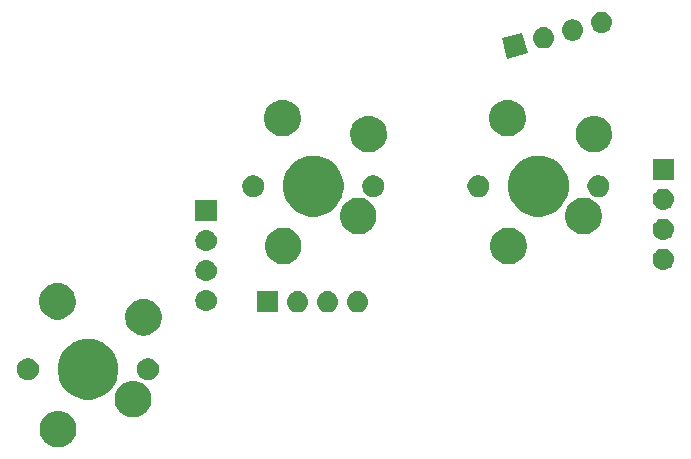
<source format=gbr>
G04 #@! TF.GenerationSoftware,KiCad,Pcbnew,(5.1.4)-1*
G04 #@! TF.CreationDate,2023-09-09T05:28:25-04:00*
G04 #@! TF.ProjectId,ThumbsUp,5468756d-6273-4557-902e-6b696361645f,rev?*
G04 #@! TF.SameCoordinates,Original*
G04 #@! TF.FileFunction,Soldermask,Top*
G04 #@! TF.FilePolarity,Negative*
%FSLAX46Y46*%
G04 Gerber Fmt 4.6, Leading zero omitted, Abs format (unit mm)*
G04 Created by KiCad (PCBNEW (5.1.4)-1) date 2023-09-09 05:28:25*
%MOMM*%
%LPD*%
G04 APERTURE LIST*
%ADD10C,0.100000*%
G04 APERTURE END LIST*
D10*
G36*
X-157477415Y-426318863D02*
G01*
X-157327590Y-426348665D01*
X-157045326Y-426465582D01*
X-156791295Y-426635320D01*
X-156575259Y-426851356D01*
X-156405521Y-427105387D01*
X-156288604Y-427387651D01*
X-156229000Y-427687301D01*
X-156229000Y-427992821D01*
X-156288604Y-428292471D01*
X-156405521Y-428574735D01*
X-156575259Y-428828766D01*
X-156791295Y-429044802D01*
X-157045326Y-429214540D01*
X-157327590Y-429331457D01*
X-157477415Y-429361259D01*
X-157627239Y-429391061D01*
X-157932761Y-429391061D01*
X-158082585Y-429361259D01*
X-158232410Y-429331457D01*
X-158514674Y-429214540D01*
X-158768705Y-429044802D01*
X-158984741Y-428828766D01*
X-159154479Y-428574735D01*
X-159271396Y-428292471D01*
X-159331000Y-427992821D01*
X-159331000Y-427687301D01*
X-159271396Y-427387651D01*
X-159154479Y-427105387D01*
X-158984741Y-426851356D01*
X-158768705Y-426635320D01*
X-158514674Y-426465582D01*
X-158232410Y-426348665D01*
X-158082585Y-426318863D01*
X-157932761Y-426289061D01*
X-157627239Y-426289061D01*
X-157477415Y-426318863D01*
X-157477415Y-426318863D01*
G37*
G36*
X-151127415Y-423778863D02*
G01*
X-150977590Y-423808665D01*
X-150695326Y-423925582D01*
X-150441295Y-424095320D01*
X-150225259Y-424311356D01*
X-150055521Y-424565387D01*
X-149938604Y-424847651D01*
X-149879000Y-425147301D01*
X-149879000Y-425452821D01*
X-149938604Y-425752471D01*
X-150055521Y-426034735D01*
X-150225259Y-426288766D01*
X-150441295Y-426504802D01*
X-150695326Y-426674540D01*
X-150977590Y-426791457D01*
X-151127415Y-426821259D01*
X-151277239Y-426851061D01*
X-151582761Y-426851061D01*
X-151732585Y-426821259D01*
X-151882410Y-426791457D01*
X-152164674Y-426674540D01*
X-152418705Y-426504802D01*
X-152634741Y-426288766D01*
X-152804479Y-426034735D01*
X-152921396Y-425752471D01*
X-152981000Y-425452821D01*
X-152981000Y-425147301D01*
X-152921396Y-424847651D01*
X-152804479Y-424565387D01*
X-152634741Y-424311356D01*
X-152418705Y-424095320D01*
X-152164674Y-423925582D01*
X-151882410Y-423808665D01*
X-151732585Y-423778863D01*
X-151582761Y-423749061D01*
X-151277239Y-423749061D01*
X-151127415Y-423778863D01*
X-151127415Y-423778863D01*
G37*
G36*
X-154737448Y-420233558D02*
G01*
X-154488609Y-420283055D01*
X-154294425Y-420363489D01*
X-154019808Y-420477239D01*
X-153597896Y-420759151D01*
X-153239090Y-421117957D01*
X-152957178Y-421539869D01*
X-152843428Y-421814486D01*
X-152762994Y-422008670D01*
X-152664000Y-422506347D01*
X-152664000Y-423013775D01*
X-152762994Y-423511452D01*
X-152820580Y-423650476D01*
X-152957178Y-423980253D01*
X-153239090Y-424402165D01*
X-153597896Y-424760971D01*
X-154019808Y-425042883D01*
X-154271893Y-425147300D01*
X-154488609Y-425237067D01*
X-154737448Y-425286564D01*
X-154986285Y-425336061D01*
X-155493715Y-425336061D01*
X-155991391Y-425237067D01*
X-156208107Y-425147300D01*
X-156460192Y-425042883D01*
X-156882104Y-424760971D01*
X-157240910Y-424402165D01*
X-157522822Y-423980253D01*
X-157659420Y-423650476D01*
X-157717006Y-423511452D01*
X-157816000Y-423013775D01*
X-157816000Y-422506347D01*
X-157717006Y-422008670D01*
X-157636572Y-421814486D01*
X-157522822Y-421539869D01*
X-157240910Y-421117957D01*
X-156882104Y-420759151D01*
X-156460192Y-420477239D01*
X-156185575Y-420363489D01*
X-155991391Y-420283055D01*
X-155493715Y-420184061D01*
X-154986285Y-420184061D01*
X-154737448Y-420233558D01*
X-154737448Y-420233558D01*
G37*
G36*
X-149889896Y-421869646D02*
G01*
X-149721374Y-421939450D01*
X-149569709Y-422040789D01*
X-149440728Y-422169770D01*
X-149339389Y-422321435D01*
X-149269585Y-422489957D01*
X-149234000Y-422668858D01*
X-149234000Y-422851264D01*
X-149269585Y-423030165D01*
X-149339389Y-423198687D01*
X-149440728Y-423350352D01*
X-149569709Y-423479333D01*
X-149721374Y-423580672D01*
X-149889896Y-423650476D01*
X-150068797Y-423686061D01*
X-150251203Y-423686061D01*
X-150430104Y-423650476D01*
X-150598626Y-423580672D01*
X-150750291Y-423479333D01*
X-150879272Y-423350352D01*
X-150980611Y-423198687D01*
X-151050415Y-423030165D01*
X-151086000Y-422851264D01*
X-151086000Y-422668858D01*
X-151050415Y-422489957D01*
X-150980611Y-422321435D01*
X-150879272Y-422169770D01*
X-150750291Y-422040789D01*
X-150598626Y-421939450D01*
X-150430104Y-421869646D01*
X-150251203Y-421834061D01*
X-150068797Y-421834061D01*
X-149889896Y-421869646D01*
X-149889896Y-421869646D01*
G37*
G36*
X-160049896Y-421869646D02*
G01*
X-159881374Y-421939450D01*
X-159729709Y-422040789D01*
X-159600728Y-422169770D01*
X-159499389Y-422321435D01*
X-159429585Y-422489957D01*
X-159394000Y-422668858D01*
X-159394000Y-422851264D01*
X-159429585Y-423030165D01*
X-159499389Y-423198687D01*
X-159600728Y-423350352D01*
X-159729709Y-423479333D01*
X-159881374Y-423580672D01*
X-160049896Y-423650476D01*
X-160228797Y-423686061D01*
X-160411203Y-423686061D01*
X-160590104Y-423650476D01*
X-160758626Y-423580672D01*
X-160910291Y-423479333D01*
X-161039272Y-423350352D01*
X-161140611Y-423198687D01*
X-161210415Y-423030165D01*
X-161246000Y-422851264D01*
X-161246000Y-422668858D01*
X-161210415Y-422489957D01*
X-161140611Y-422321435D01*
X-161039272Y-422169770D01*
X-160910291Y-422040789D01*
X-160758626Y-421939450D01*
X-160590104Y-421869646D01*
X-160411203Y-421834061D01*
X-160228797Y-421834061D01*
X-160049896Y-421869646D01*
X-160049896Y-421869646D01*
G37*
G36*
X-150237415Y-416838863D02*
G01*
X-150087590Y-416868665D01*
X-149805326Y-416985582D01*
X-149551295Y-417155320D01*
X-149335259Y-417371356D01*
X-149165521Y-417625387D01*
X-149048604Y-417907651D01*
X-149048604Y-417907652D01*
X-148989000Y-418207300D01*
X-148989000Y-418512822D01*
X-149018802Y-418662646D01*
X-149048604Y-418812471D01*
X-149165521Y-419094735D01*
X-149335259Y-419348766D01*
X-149551295Y-419564802D01*
X-149805326Y-419734540D01*
X-150087590Y-419851457D01*
X-150237415Y-419881259D01*
X-150387239Y-419911061D01*
X-150692761Y-419911061D01*
X-150842585Y-419881259D01*
X-150992410Y-419851457D01*
X-151274674Y-419734540D01*
X-151528705Y-419564802D01*
X-151744741Y-419348766D01*
X-151914479Y-419094735D01*
X-152031396Y-418812471D01*
X-152061198Y-418662646D01*
X-152091000Y-418512822D01*
X-152091000Y-418207300D01*
X-152031396Y-417907652D01*
X-152031396Y-417907651D01*
X-151914479Y-417625387D01*
X-151744741Y-417371356D01*
X-151528705Y-417155320D01*
X-151274674Y-416985582D01*
X-150992410Y-416868665D01*
X-150842585Y-416838863D01*
X-150692761Y-416809061D01*
X-150387239Y-416809061D01*
X-150237415Y-416838863D01*
X-150237415Y-416838863D01*
G37*
G36*
X-157537415Y-415488863D02*
G01*
X-157387590Y-415518665D01*
X-157105326Y-415635582D01*
X-156851295Y-415805320D01*
X-156635259Y-416021356D01*
X-156465521Y-416275387D01*
X-156395306Y-416444903D01*
X-156348604Y-416557652D01*
X-156298595Y-416809061D01*
X-156289000Y-416857301D01*
X-156289000Y-417162821D01*
X-156348604Y-417462471D01*
X-156465521Y-417744735D01*
X-156635259Y-417998766D01*
X-156851295Y-418214802D01*
X-157105326Y-418384540D01*
X-157387590Y-418501457D01*
X-157444721Y-418512821D01*
X-157687239Y-418561061D01*
X-157992761Y-418561061D01*
X-158235279Y-418512821D01*
X-158292410Y-418501457D01*
X-158574674Y-418384540D01*
X-158828705Y-418214802D01*
X-159044741Y-417998766D01*
X-159214479Y-417744735D01*
X-159331396Y-417462471D01*
X-159391000Y-417162821D01*
X-159391000Y-416857301D01*
X-159381404Y-416809061D01*
X-159331396Y-416557652D01*
X-159284694Y-416444903D01*
X-159214479Y-416275387D01*
X-159044741Y-416021356D01*
X-158828705Y-415805320D01*
X-158574674Y-415635582D01*
X-158292410Y-415518665D01*
X-158142585Y-415488863D01*
X-157992761Y-415459061D01*
X-157687239Y-415459061D01*
X-157537415Y-415488863D01*
X-157537415Y-415488863D01*
G37*
G36*
X-132308888Y-416150092D02*
G01*
X-132242703Y-416156611D01*
X-132072864Y-416208131D01*
X-131916339Y-416291796D01*
X-131896953Y-416307706D01*
X-131779144Y-416404388D01*
X-131695882Y-416505845D01*
X-131666552Y-416541583D01*
X-131582887Y-416698108D01*
X-131531367Y-416867947D01*
X-131513971Y-417044574D01*
X-131531367Y-417221201D01*
X-131582887Y-417391040D01*
X-131666552Y-417547565D01*
X-131695882Y-417583303D01*
X-131779144Y-417684760D01*
X-131852225Y-417744735D01*
X-131916339Y-417797352D01*
X-132072864Y-417881017D01*
X-132242703Y-417932537D01*
X-132308888Y-417939056D01*
X-132375070Y-417945574D01*
X-132463590Y-417945574D01*
X-132529772Y-417939056D01*
X-132595957Y-417932537D01*
X-132765796Y-417881017D01*
X-132922321Y-417797352D01*
X-132986435Y-417744735D01*
X-133059516Y-417684760D01*
X-133142778Y-417583303D01*
X-133172108Y-417547565D01*
X-133255773Y-417391040D01*
X-133307293Y-417221201D01*
X-133324689Y-417044574D01*
X-133307293Y-416867947D01*
X-133255773Y-416698108D01*
X-133172108Y-416541583D01*
X-133142778Y-416505845D01*
X-133059516Y-416404388D01*
X-132941707Y-416307706D01*
X-132922321Y-416291796D01*
X-132765796Y-416208131D01*
X-132595957Y-416156611D01*
X-132529772Y-416150092D01*
X-132463590Y-416143574D01*
X-132375070Y-416143574D01*
X-132308888Y-416150092D01*
X-132308888Y-416150092D01*
G37*
G36*
X-134848888Y-416150092D02*
G01*
X-134782703Y-416156611D01*
X-134612864Y-416208131D01*
X-134456339Y-416291796D01*
X-134436953Y-416307706D01*
X-134319144Y-416404388D01*
X-134235882Y-416505845D01*
X-134206552Y-416541583D01*
X-134122887Y-416698108D01*
X-134071367Y-416867947D01*
X-134053971Y-417044574D01*
X-134071367Y-417221201D01*
X-134122887Y-417391040D01*
X-134206552Y-417547565D01*
X-134235882Y-417583303D01*
X-134319144Y-417684760D01*
X-134392225Y-417744735D01*
X-134456339Y-417797352D01*
X-134612864Y-417881017D01*
X-134782703Y-417932537D01*
X-134848888Y-417939056D01*
X-134915070Y-417945574D01*
X-135003590Y-417945574D01*
X-135069772Y-417939056D01*
X-135135957Y-417932537D01*
X-135305796Y-417881017D01*
X-135462321Y-417797352D01*
X-135526435Y-417744735D01*
X-135599516Y-417684760D01*
X-135682778Y-417583303D01*
X-135712108Y-417547565D01*
X-135795773Y-417391040D01*
X-135847293Y-417221201D01*
X-135864689Y-417044574D01*
X-135847293Y-416867947D01*
X-135795773Y-416698108D01*
X-135712108Y-416541583D01*
X-135682778Y-416505845D01*
X-135599516Y-416404388D01*
X-135481707Y-416307706D01*
X-135462321Y-416291796D01*
X-135305796Y-416208131D01*
X-135135957Y-416156611D01*
X-135069772Y-416150092D01*
X-135003590Y-416143574D01*
X-134915070Y-416143574D01*
X-134848888Y-416150092D01*
X-134848888Y-416150092D01*
G37*
G36*
X-137388888Y-416150092D02*
G01*
X-137322703Y-416156611D01*
X-137152864Y-416208131D01*
X-136996339Y-416291796D01*
X-136976953Y-416307706D01*
X-136859144Y-416404388D01*
X-136775882Y-416505845D01*
X-136746552Y-416541583D01*
X-136662887Y-416698108D01*
X-136611367Y-416867947D01*
X-136593971Y-417044574D01*
X-136611367Y-417221201D01*
X-136662887Y-417391040D01*
X-136746552Y-417547565D01*
X-136775882Y-417583303D01*
X-136859144Y-417684760D01*
X-136932225Y-417744735D01*
X-136996339Y-417797352D01*
X-137152864Y-417881017D01*
X-137322703Y-417932537D01*
X-137388888Y-417939056D01*
X-137455070Y-417945574D01*
X-137543590Y-417945574D01*
X-137609772Y-417939056D01*
X-137675957Y-417932537D01*
X-137845796Y-417881017D01*
X-138002321Y-417797352D01*
X-138066435Y-417744735D01*
X-138139516Y-417684760D01*
X-138222778Y-417583303D01*
X-138252108Y-417547565D01*
X-138335773Y-417391040D01*
X-138387293Y-417221201D01*
X-138404689Y-417044574D01*
X-138387293Y-416867947D01*
X-138335773Y-416698108D01*
X-138252108Y-416541583D01*
X-138222778Y-416505845D01*
X-138139516Y-416404388D01*
X-138021707Y-416307706D01*
X-138002321Y-416291796D01*
X-137845796Y-416208131D01*
X-137675957Y-416156611D01*
X-137609772Y-416150092D01*
X-137543590Y-416143574D01*
X-137455070Y-416143574D01*
X-137388888Y-416150092D01*
X-137388888Y-416150092D01*
G37*
G36*
X-139138330Y-417945574D02*
G01*
X-140940330Y-417945574D01*
X-140940330Y-416143574D01*
X-139138330Y-416143574D01*
X-139138330Y-417945574D01*
X-139138330Y-417945574D01*
G37*
G36*
X-145136178Y-416053410D02*
G01*
X-145069993Y-416059929D01*
X-144900154Y-416111449D01*
X-144743629Y-416195114D01*
X-144727768Y-416208131D01*
X-144606434Y-416307706D01*
X-144523172Y-416409163D01*
X-144493842Y-416444901D01*
X-144410177Y-416601426D01*
X-144358657Y-416771265D01*
X-144341261Y-416947892D01*
X-144358657Y-417124519D01*
X-144410177Y-417294358D01*
X-144493842Y-417450883D01*
X-144523172Y-417486621D01*
X-144606434Y-417588078D01*
X-144707891Y-417671340D01*
X-144743629Y-417700670D01*
X-144900154Y-417784335D01*
X-145069993Y-417835855D01*
X-145136178Y-417842374D01*
X-145202360Y-417848892D01*
X-145290880Y-417848892D01*
X-145357062Y-417842374D01*
X-145423247Y-417835855D01*
X-145593086Y-417784335D01*
X-145749611Y-417700670D01*
X-145785349Y-417671340D01*
X-145886806Y-417588078D01*
X-145970068Y-417486621D01*
X-145999398Y-417450883D01*
X-146083063Y-417294358D01*
X-146134583Y-417124519D01*
X-146151979Y-416947892D01*
X-146134583Y-416771265D01*
X-146083063Y-416601426D01*
X-145999398Y-416444901D01*
X-145970068Y-416409163D01*
X-145886806Y-416307706D01*
X-145765472Y-416208131D01*
X-145749611Y-416195114D01*
X-145593086Y-416111449D01*
X-145423247Y-416059929D01*
X-145357063Y-416053411D01*
X-145290880Y-416046892D01*
X-145202360Y-416046892D01*
X-145136178Y-416053410D01*
X-145136178Y-416053410D01*
G37*
G36*
X-145136178Y-413513410D02*
G01*
X-145069993Y-413519929D01*
X-144900154Y-413571449D01*
X-144743629Y-413655114D01*
X-144707891Y-413684444D01*
X-144606434Y-413767706D01*
X-144554116Y-413831457D01*
X-144493842Y-413904901D01*
X-144410177Y-414061426D01*
X-144358657Y-414231265D01*
X-144341261Y-414407892D01*
X-144358657Y-414584519D01*
X-144410177Y-414754358D01*
X-144493842Y-414910883D01*
X-144523172Y-414946621D01*
X-144606434Y-415048078D01*
X-144707891Y-415131340D01*
X-144743629Y-415160670D01*
X-144900154Y-415244335D01*
X-145069993Y-415295855D01*
X-145136177Y-415302373D01*
X-145202360Y-415308892D01*
X-145290880Y-415308892D01*
X-145357062Y-415302374D01*
X-145423247Y-415295855D01*
X-145593086Y-415244335D01*
X-145749611Y-415160670D01*
X-145785349Y-415131340D01*
X-145886806Y-415048078D01*
X-145970068Y-414946621D01*
X-145999398Y-414910883D01*
X-146083063Y-414754358D01*
X-146134583Y-414584519D01*
X-146151979Y-414407892D01*
X-146134583Y-414231265D01*
X-146083063Y-414061426D01*
X-145999398Y-413904901D01*
X-145939124Y-413831457D01*
X-145886806Y-413767706D01*
X-145785349Y-413684444D01*
X-145749611Y-413655114D01*
X-145593086Y-413571449D01*
X-145423247Y-413519929D01*
X-145357062Y-413513410D01*
X-145290880Y-413506892D01*
X-145202360Y-413506892D01*
X-145136178Y-413513410D01*
X-145136178Y-413513410D01*
G37*
G36*
X-106417698Y-412554232D02*
G01*
X-106351514Y-412560750D01*
X-106181675Y-412612270D01*
X-106025150Y-412695935D01*
X-106014916Y-412704334D01*
X-105887955Y-412808527D01*
X-105804693Y-412909984D01*
X-105775363Y-412945722D01*
X-105691698Y-413102247D01*
X-105640178Y-413272086D01*
X-105622782Y-413448713D01*
X-105640178Y-413625340D01*
X-105691698Y-413795179D01*
X-105775363Y-413951704D01*
X-105804693Y-413987442D01*
X-105887955Y-414088899D01*
X-105989412Y-414172161D01*
X-106025150Y-414201491D01*
X-106181675Y-414285156D01*
X-106351514Y-414336676D01*
X-106417699Y-414343195D01*
X-106483881Y-414349713D01*
X-106572401Y-414349713D01*
X-106638583Y-414343195D01*
X-106704768Y-414336676D01*
X-106874607Y-414285156D01*
X-107031132Y-414201491D01*
X-107066870Y-414172161D01*
X-107168327Y-414088899D01*
X-107251589Y-413987442D01*
X-107280919Y-413951704D01*
X-107364584Y-413795179D01*
X-107416104Y-413625340D01*
X-107433500Y-413448713D01*
X-107416104Y-413272086D01*
X-107364584Y-413102247D01*
X-107280919Y-412945722D01*
X-107251589Y-412909984D01*
X-107168327Y-412808527D01*
X-107041366Y-412704334D01*
X-107031132Y-412695935D01*
X-106874607Y-412612270D01*
X-106704768Y-412560750D01*
X-106638584Y-412554232D01*
X-106572401Y-412547713D01*
X-106483881Y-412547713D01*
X-106417698Y-412554232D01*
X-106417698Y-412554232D01*
G37*
G36*
X-138411369Y-410818863D02*
G01*
X-138261544Y-410848665D01*
X-137979280Y-410965582D01*
X-137725249Y-411135320D01*
X-137509213Y-411351356D01*
X-137339475Y-411605387D01*
X-137222558Y-411887651D01*
X-137222558Y-411887652D01*
X-137162954Y-412187300D01*
X-137162954Y-412492822D01*
X-137165989Y-412508078D01*
X-137222558Y-412792471D01*
X-137339475Y-413074735D01*
X-137509213Y-413328766D01*
X-137725249Y-413544802D01*
X-137979280Y-413714540D01*
X-138261544Y-413831457D01*
X-138411369Y-413861259D01*
X-138561193Y-413891061D01*
X-138866715Y-413891061D01*
X-139016539Y-413861259D01*
X-139166364Y-413831457D01*
X-139448628Y-413714540D01*
X-139702659Y-413544802D01*
X-139918695Y-413328766D01*
X-140088433Y-413074735D01*
X-140205350Y-412792471D01*
X-140261919Y-412508078D01*
X-140264954Y-412492822D01*
X-140264954Y-412187300D01*
X-140205350Y-411887652D01*
X-140205350Y-411887651D01*
X-140088433Y-411605387D01*
X-139918695Y-411351356D01*
X-139702659Y-411135320D01*
X-139448628Y-410965582D01*
X-139166364Y-410848665D01*
X-139016539Y-410818863D01*
X-138866715Y-410789061D01*
X-138561193Y-410789061D01*
X-138411369Y-410818863D01*
X-138411369Y-410818863D01*
G37*
G36*
X-119347415Y-410818863D02*
G01*
X-119197590Y-410848665D01*
X-118915326Y-410965582D01*
X-118661295Y-411135320D01*
X-118445259Y-411351356D01*
X-118275521Y-411605387D01*
X-118158604Y-411887651D01*
X-118158604Y-411887652D01*
X-118099000Y-412187300D01*
X-118099000Y-412492822D01*
X-118102035Y-412508078D01*
X-118158604Y-412792471D01*
X-118275521Y-413074735D01*
X-118445259Y-413328766D01*
X-118661295Y-413544802D01*
X-118915326Y-413714540D01*
X-119197590Y-413831457D01*
X-119347415Y-413861259D01*
X-119497239Y-413891061D01*
X-119802761Y-413891061D01*
X-119952585Y-413861259D01*
X-120102410Y-413831457D01*
X-120384674Y-413714540D01*
X-120638705Y-413544802D01*
X-120854741Y-413328766D01*
X-121024479Y-413074735D01*
X-121141396Y-412792471D01*
X-121197965Y-412508078D01*
X-121201000Y-412492822D01*
X-121201000Y-412187300D01*
X-121141396Y-411887652D01*
X-121141396Y-411887651D01*
X-121024479Y-411605387D01*
X-120854741Y-411351356D01*
X-120638705Y-411135320D01*
X-120384674Y-410965582D01*
X-120102410Y-410848665D01*
X-119952585Y-410818863D01*
X-119802761Y-410789061D01*
X-119497239Y-410789061D01*
X-119347415Y-410818863D01*
X-119347415Y-410818863D01*
G37*
G36*
X-145136177Y-410973411D02*
G01*
X-145069993Y-410979929D01*
X-144900154Y-411031449D01*
X-144743629Y-411115114D01*
X-144719008Y-411135320D01*
X-144606434Y-411227706D01*
X-144554116Y-411291457D01*
X-144493842Y-411364901D01*
X-144410177Y-411521426D01*
X-144358657Y-411691265D01*
X-144341261Y-411867892D01*
X-144358657Y-412044519D01*
X-144410177Y-412214358D01*
X-144493842Y-412370883D01*
X-144523172Y-412406621D01*
X-144606434Y-412508078D01*
X-144707891Y-412591340D01*
X-144743629Y-412620670D01*
X-144900154Y-412704335D01*
X-145069993Y-412755855D01*
X-145136177Y-412762373D01*
X-145202360Y-412768892D01*
X-145290880Y-412768892D01*
X-145357063Y-412762373D01*
X-145423247Y-412755855D01*
X-145593086Y-412704335D01*
X-145749611Y-412620670D01*
X-145785349Y-412591340D01*
X-145886806Y-412508078D01*
X-145970068Y-412406621D01*
X-145999398Y-412370883D01*
X-146083063Y-412214358D01*
X-146134583Y-412044519D01*
X-146151979Y-411867892D01*
X-146134583Y-411691265D01*
X-146083063Y-411521426D01*
X-145999398Y-411364901D01*
X-145939124Y-411291457D01*
X-145886806Y-411227706D01*
X-145774232Y-411135320D01*
X-145749611Y-411115114D01*
X-145593086Y-411031449D01*
X-145423247Y-410979929D01*
X-145357062Y-410973410D01*
X-145290880Y-410966892D01*
X-145202360Y-410966892D01*
X-145136177Y-410973411D01*
X-145136177Y-410973411D01*
G37*
G36*
X-106417698Y-410014232D02*
G01*
X-106351514Y-410020750D01*
X-106181675Y-410072270D01*
X-106025150Y-410155935D01*
X-105989412Y-410185265D01*
X-105887955Y-410268527D01*
X-105804693Y-410369984D01*
X-105775363Y-410405722D01*
X-105691698Y-410562247D01*
X-105640178Y-410732086D01*
X-105622782Y-410908713D01*
X-105640178Y-411085340D01*
X-105691698Y-411255179D01*
X-105775363Y-411411704D01*
X-105804693Y-411447442D01*
X-105887955Y-411548899D01*
X-105989412Y-411632161D01*
X-106025150Y-411661491D01*
X-106181675Y-411745156D01*
X-106351514Y-411796676D01*
X-106417699Y-411803195D01*
X-106483881Y-411809713D01*
X-106572401Y-411809713D01*
X-106638583Y-411803195D01*
X-106704768Y-411796676D01*
X-106874607Y-411745156D01*
X-107031132Y-411661491D01*
X-107066870Y-411632161D01*
X-107168327Y-411548899D01*
X-107251589Y-411447442D01*
X-107280919Y-411411704D01*
X-107364584Y-411255179D01*
X-107416104Y-411085340D01*
X-107433500Y-410908713D01*
X-107416104Y-410732086D01*
X-107364584Y-410562247D01*
X-107280919Y-410405722D01*
X-107251589Y-410369984D01*
X-107168327Y-410268527D01*
X-107066870Y-410185265D01*
X-107031132Y-410155935D01*
X-106874607Y-410072270D01*
X-106704768Y-410020750D01*
X-106638584Y-410014232D01*
X-106572401Y-410007713D01*
X-106483881Y-410007713D01*
X-106417698Y-410014232D01*
X-106417698Y-410014232D01*
G37*
G36*
X-112997415Y-408278863D02*
G01*
X-112847590Y-408308665D01*
X-112565326Y-408425582D01*
X-112311295Y-408595320D01*
X-112095259Y-408811356D01*
X-111925521Y-409065387D01*
X-111808604Y-409347651D01*
X-111749000Y-409647301D01*
X-111749000Y-409952821D01*
X-111808604Y-410252471D01*
X-111925521Y-410534735D01*
X-112095259Y-410788766D01*
X-112311295Y-411004802D01*
X-112565326Y-411174540D01*
X-112847590Y-411291457D01*
X-112997415Y-411321259D01*
X-113147239Y-411351061D01*
X-113452761Y-411351061D01*
X-113602585Y-411321259D01*
X-113752410Y-411291457D01*
X-114034674Y-411174540D01*
X-114288705Y-411004802D01*
X-114504741Y-410788766D01*
X-114674479Y-410534735D01*
X-114791396Y-410252471D01*
X-114851000Y-409952821D01*
X-114851000Y-409647301D01*
X-114791396Y-409347651D01*
X-114674479Y-409065387D01*
X-114504741Y-408811356D01*
X-114288705Y-408595320D01*
X-114034674Y-408425582D01*
X-113752410Y-408308665D01*
X-113602585Y-408278863D01*
X-113452761Y-408249061D01*
X-113147239Y-408249061D01*
X-112997415Y-408278863D01*
X-112997415Y-408278863D01*
G37*
G36*
X-132061369Y-408278863D02*
G01*
X-131911544Y-408308665D01*
X-131629280Y-408425582D01*
X-131375249Y-408595320D01*
X-131159213Y-408811356D01*
X-130989475Y-409065387D01*
X-130872558Y-409347651D01*
X-130812954Y-409647301D01*
X-130812954Y-409952821D01*
X-130872558Y-410252471D01*
X-130989475Y-410534735D01*
X-131159213Y-410788766D01*
X-131375249Y-411004802D01*
X-131629280Y-411174540D01*
X-131911544Y-411291457D01*
X-132061369Y-411321259D01*
X-132211193Y-411351061D01*
X-132516715Y-411351061D01*
X-132666539Y-411321259D01*
X-132816364Y-411291457D01*
X-133098628Y-411174540D01*
X-133352659Y-411004802D01*
X-133568695Y-410788766D01*
X-133738433Y-410534735D01*
X-133855350Y-410252471D01*
X-133914954Y-409952821D01*
X-133914954Y-409647301D01*
X-133855350Y-409347651D01*
X-133738433Y-409065387D01*
X-133568695Y-408811356D01*
X-133352659Y-408595320D01*
X-133098628Y-408425582D01*
X-132816364Y-408308665D01*
X-132666539Y-408278863D01*
X-132516715Y-408249061D01*
X-132211193Y-408249061D01*
X-132061369Y-408278863D01*
X-132061369Y-408278863D01*
G37*
G36*
X-144345620Y-410228892D02*
G01*
X-146147620Y-410228892D01*
X-146147620Y-408426892D01*
X-144345620Y-408426892D01*
X-144345620Y-410228892D01*
X-144345620Y-410228892D01*
G37*
G36*
X-116607448Y-404733558D02*
G01*
X-116358609Y-404783055D01*
X-116164425Y-404863489D01*
X-115889808Y-404977239D01*
X-115467896Y-405259151D01*
X-115109090Y-405617957D01*
X-114827178Y-406039869D01*
X-114713428Y-406314486D01*
X-114632994Y-406508670D01*
X-114534000Y-407006347D01*
X-114534000Y-407513775D01*
X-114632994Y-408011452D01*
X-114690580Y-408150476D01*
X-114827178Y-408480253D01*
X-115109090Y-408902165D01*
X-115467896Y-409260971D01*
X-115889808Y-409542883D01*
X-116141893Y-409647300D01*
X-116358609Y-409737067D01*
X-116607448Y-409786564D01*
X-116856285Y-409836061D01*
X-117363715Y-409836061D01*
X-117612552Y-409786564D01*
X-117861391Y-409737067D01*
X-118078107Y-409647300D01*
X-118330192Y-409542883D01*
X-118752104Y-409260971D01*
X-119110910Y-408902165D01*
X-119392822Y-408480253D01*
X-119529420Y-408150476D01*
X-119587006Y-408011452D01*
X-119686000Y-407513775D01*
X-119686000Y-407006347D01*
X-119587006Y-406508670D01*
X-119506572Y-406314486D01*
X-119392822Y-406039869D01*
X-119110910Y-405617957D01*
X-118752104Y-405259151D01*
X-118330192Y-404977239D01*
X-118055575Y-404863489D01*
X-117861391Y-404783055D01*
X-117612552Y-404733558D01*
X-117363715Y-404684061D01*
X-116856285Y-404684061D01*
X-116607448Y-404733558D01*
X-116607448Y-404733558D01*
G37*
G36*
X-135671402Y-404733558D02*
G01*
X-135422563Y-404783055D01*
X-135228379Y-404863489D01*
X-134953762Y-404977239D01*
X-134531850Y-405259151D01*
X-134173044Y-405617957D01*
X-133891132Y-406039869D01*
X-133777382Y-406314486D01*
X-133696948Y-406508670D01*
X-133597954Y-407006347D01*
X-133597954Y-407513775D01*
X-133696948Y-408011452D01*
X-133754534Y-408150476D01*
X-133891132Y-408480253D01*
X-134173044Y-408902165D01*
X-134531850Y-409260971D01*
X-134953762Y-409542883D01*
X-135205847Y-409647300D01*
X-135422563Y-409737067D01*
X-135671402Y-409786564D01*
X-135920239Y-409836061D01*
X-136427669Y-409836061D01*
X-136676506Y-409786564D01*
X-136925345Y-409737067D01*
X-137142061Y-409647300D01*
X-137394146Y-409542883D01*
X-137816058Y-409260971D01*
X-138174864Y-408902165D01*
X-138456776Y-408480253D01*
X-138593374Y-408150476D01*
X-138650960Y-408011452D01*
X-138749954Y-407513775D01*
X-138749954Y-407006347D01*
X-138650960Y-406508670D01*
X-138570526Y-406314486D01*
X-138456776Y-406039869D01*
X-138174864Y-405617957D01*
X-137816058Y-405259151D01*
X-137394146Y-404977239D01*
X-137119529Y-404863489D01*
X-136925345Y-404783055D01*
X-136676506Y-404733558D01*
X-136427669Y-404684061D01*
X-135920239Y-404684061D01*
X-135671402Y-404733558D01*
X-135671402Y-404733558D01*
G37*
G36*
X-106417699Y-407474231D02*
G01*
X-106351514Y-407480750D01*
X-106181675Y-407532270D01*
X-106025150Y-407615935D01*
X-105989412Y-407645265D01*
X-105887955Y-407728527D01*
X-105804693Y-407829984D01*
X-105775363Y-407865722D01*
X-105691698Y-408022247D01*
X-105640178Y-408192086D01*
X-105622782Y-408368713D01*
X-105640178Y-408545340D01*
X-105691698Y-408715179D01*
X-105775363Y-408871704D01*
X-105800362Y-408902165D01*
X-105887955Y-409008899D01*
X-105989412Y-409092161D01*
X-106025150Y-409121491D01*
X-106181675Y-409205156D01*
X-106351514Y-409256676D01*
X-106395123Y-409260971D01*
X-106483881Y-409269713D01*
X-106572401Y-409269713D01*
X-106661159Y-409260971D01*
X-106704768Y-409256676D01*
X-106874607Y-409205156D01*
X-107031132Y-409121491D01*
X-107066870Y-409092161D01*
X-107168327Y-409008899D01*
X-107255920Y-408902165D01*
X-107280919Y-408871704D01*
X-107364584Y-408715179D01*
X-107416104Y-408545340D01*
X-107433500Y-408368713D01*
X-107416104Y-408192086D01*
X-107364584Y-408022247D01*
X-107280919Y-407865722D01*
X-107251589Y-407829984D01*
X-107168327Y-407728527D01*
X-107066870Y-407645265D01*
X-107031132Y-407615935D01*
X-106874607Y-407532270D01*
X-106704768Y-407480750D01*
X-106638583Y-407474231D01*
X-106572401Y-407467713D01*
X-106483881Y-407467713D01*
X-106417699Y-407474231D01*
X-106417699Y-407474231D01*
G37*
G36*
X-130823850Y-406369646D02*
G01*
X-130655328Y-406439450D01*
X-130503663Y-406540789D01*
X-130374682Y-406669770D01*
X-130273343Y-406821435D01*
X-130203539Y-406989957D01*
X-130167954Y-407168858D01*
X-130167954Y-407351264D01*
X-130203539Y-407530165D01*
X-130273343Y-407698687D01*
X-130374682Y-407850352D01*
X-130503663Y-407979333D01*
X-130655328Y-408080672D01*
X-130823850Y-408150476D01*
X-131002751Y-408186061D01*
X-131185157Y-408186061D01*
X-131364058Y-408150476D01*
X-131532580Y-408080672D01*
X-131684245Y-407979333D01*
X-131813226Y-407850352D01*
X-131914565Y-407698687D01*
X-131984369Y-407530165D01*
X-132019954Y-407351264D01*
X-132019954Y-407168858D01*
X-131984369Y-406989957D01*
X-131914565Y-406821435D01*
X-131813226Y-406669770D01*
X-131684245Y-406540789D01*
X-131532580Y-406439450D01*
X-131364058Y-406369646D01*
X-131185157Y-406334061D01*
X-131002751Y-406334061D01*
X-130823850Y-406369646D01*
X-130823850Y-406369646D01*
G37*
G36*
X-140983850Y-406369646D02*
G01*
X-140815328Y-406439450D01*
X-140663663Y-406540789D01*
X-140534682Y-406669770D01*
X-140433343Y-406821435D01*
X-140363539Y-406989957D01*
X-140327954Y-407168858D01*
X-140327954Y-407351264D01*
X-140363539Y-407530165D01*
X-140433343Y-407698687D01*
X-140534682Y-407850352D01*
X-140663663Y-407979333D01*
X-140815328Y-408080672D01*
X-140983850Y-408150476D01*
X-141162751Y-408186061D01*
X-141345157Y-408186061D01*
X-141524058Y-408150476D01*
X-141692580Y-408080672D01*
X-141844245Y-407979333D01*
X-141973226Y-407850352D01*
X-142074565Y-407698687D01*
X-142144369Y-407530165D01*
X-142179954Y-407351264D01*
X-142179954Y-407168858D01*
X-142144369Y-406989957D01*
X-142074565Y-406821435D01*
X-141973226Y-406669770D01*
X-141844245Y-406540789D01*
X-141692580Y-406439450D01*
X-141524058Y-406369646D01*
X-141345157Y-406334061D01*
X-141162751Y-406334061D01*
X-140983850Y-406369646D01*
X-140983850Y-406369646D01*
G37*
G36*
X-121919896Y-406369646D02*
G01*
X-121751374Y-406439450D01*
X-121599709Y-406540789D01*
X-121470728Y-406669770D01*
X-121369389Y-406821435D01*
X-121299585Y-406989957D01*
X-121264000Y-407168858D01*
X-121264000Y-407351264D01*
X-121299585Y-407530165D01*
X-121369389Y-407698687D01*
X-121470728Y-407850352D01*
X-121599709Y-407979333D01*
X-121751374Y-408080672D01*
X-121919896Y-408150476D01*
X-122098797Y-408186061D01*
X-122281203Y-408186061D01*
X-122460104Y-408150476D01*
X-122628626Y-408080672D01*
X-122780291Y-407979333D01*
X-122909272Y-407850352D01*
X-123010611Y-407698687D01*
X-123080415Y-407530165D01*
X-123116000Y-407351264D01*
X-123116000Y-407168858D01*
X-123080415Y-406989957D01*
X-123010611Y-406821435D01*
X-122909272Y-406669770D01*
X-122780291Y-406540789D01*
X-122628626Y-406439450D01*
X-122460104Y-406369646D01*
X-122281203Y-406334061D01*
X-122098797Y-406334061D01*
X-121919896Y-406369646D01*
X-121919896Y-406369646D01*
G37*
G36*
X-111759896Y-406369646D02*
G01*
X-111591374Y-406439450D01*
X-111439709Y-406540789D01*
X-111310728Y-406669770D01*
X-111209389Y-406821435D01*
X-111139585Y-406989957D01*
X-111104000Y-407168858D01*
X-111104000Y-407351264D01*
X-111139585Y-407530165D01*
X-111209389Y-407698687D01*
X-111310728Y-407850352D01*
X-111439709Y-407979333D01*
X-111591374Y-408080672D01*
X-111759896Y-408150476D01*
X-111938797Y-408186061D01*
X-112121203Y-408186061D01*
X-112300104Y-408150476D01*
X-112468626Y-408080672D01*
X-112620291Y-407979333D01*
X-112749272Y-407850352D01*
X-112850611Y-407698687D01*
X-112920415Y-407530165D01*
X-112956000Y-407351264D01*
X-112956000Y-407168858D01*
X-112920415Y-406989957D01*
X-112850611Y-406821435D01*
X-112749272Y-406669770D01*
X-112620291Y-406540789D01*
X-112468626Y-406439450D01*
X-112300104Y-406369646D01*
X-112121203Y-406334061D01*
X-111938797Y-406334061D01*
X-111759896Y-406369646D01*
X-111759896Y-406369646D01*
G37*
G36*
X-105627141Y-406729713D02*
G01*
X-107429141Y-406729713D01*
X-107429141Y-404927713D01*
X-105627141Y-404927713D01*
X-105627141Y-406729713D01*
X-105627141Y-406729713D01*
G37*
G36*
X-112107415Y-401338863D02*
G01*
X-111957590Y-401368665D01*
X-111675326Y-401485582D01*
X-111421295Y-401655320D01*
X-111205259Y-401871356D01*
X-111035521Y-402125387D01*
X-110986087Y-402244733D01*
X-110918604Y-402407652D01*
X-110859000Y-402707300D01*
X-110859000Y-403012822D01*
X-110888802Y-403162646D01*
X-110918604Y-403312471D01*
X-111035521Y-403594735D01*
X-111205259Y-403848766D01*
X-111421295Y-404064802D01*
X-111675326Y-404234540D01*
X-111957590Y-404351457D01*
X-112107415Y-404381259D01*
X-112257239Y-404411061D01*
X-112562761Y-404411061D01*
X-112712585Y-404381259D01*
X-112862410Y-404351457D01*
X-113144674Y-404234540D01*
X-113398705Y-404064802D01*
X-113614741Y-403848766D01*
X-113784479Y-403594735D01*
X-113901396Y-403312471D01*
X-113931198Y-403162646D01*
X-113961000Y-403012822D01*
X-113961000Y-402707300D01*
X-113901396Y-402407652D01*
X-113833913Y-402244733D01*
X-113784479Y-402125387D01*
X-113614741Y-401871356D01*
X-113398705Y-401655320D01*
X-113144674Y-401485582D01*
X-112862410Y-401368665D01*
X-112712585Y-401338863D01*
X-112562761Y-401309061D01*
X-112257239Y-401309061D01*
X-112107415Y-401338863D01*
X-112107415Y-401338863D01*
G37*
G36*
X-131171369Y-401338863D02*
G01*
X-131021544Y-401368665D01*
X-130739280Y-401485582D01*
X-130485249Y-401655320D01*
X-130269213Y-401871356D01*
X-130099475Y-402125387D01*
X-130050041Y-402244733D01*
X-129982558Y-402407652D01*
X-129922954Y-402707300D01*
X-129922954Y-403012822D01*
X-129952756Y-403162646D01*
X-129982558Y-403312471D01*
X-130099475Y-403594735D01*
X-130269213Y-403848766D01*
X-130485249Y-404064802D01*
X-130739280Y-404234540D01*
X-131021544Y-404351457D01*
X-131171369Y-404381259D01*
X-131321193Y-404411061D01*
X-131626715Y-404411061D01*
X-131776539Y-404381259D01*
X-131926364Y-404351457D01*
X-132208628Y-404234540D01*
X-132462659Y-404064802D01*
X-132678695Y-403848766D01*
X-132848433Y-403594735D01*
X-132965350Y-403312471D01*
X-132995152Y-403162646D01*
X-133024954Y-403012822D01*
X-133024954Y-402707300D01*
X-132965350Y-402407652D01*
X-132897867Y-402244733D01*
X-132848433Y-402125387D01*
X-132678695Y-401871356D01*
X-132462659Y-401655320D01*
X-132208628Y-401485582D01*
X-131926364Y-401368665D01*
X-131776539Y-401338863D01*
X-131626715Y-401309061D01*
X-131321193Y-401309061D01*
X-131171369Y-401338863D01*
X-131171369Y-401338863D01*
G37*
G36*
X-138471369Y-399988863D02*
G01*
X-138321544Y-400018665D01*
X-138039280Y-400135582D01*
X-137785249Y-400305320D01*
X-137569213Y-400521356D01*
X-137399475Y-400775387D01*
X-137282558Y-401057651D01*
X-137282558Y-401057652D01*
X-137232549Y-401309061D01*
X-137222954Y-401357301D01*
X-137222954Y-401662821D01*
X-137282558Y-401962471D01*
X-137399475Y-402244735D01*
X-137569213Y-402498766D01*
X-137785249Y-402714802D01*
X-138039280Y-402884540D01*
X-138321544Y-403001457D01*
X-138378675Y-403012821D01*
X-138621193Y-403061061D01*
X-138926715Y-403061061D01*
X-139169233Y-403012821D01*
X-139226364Y-403001457D01*
X-139508628Y-402884540D01*
X-139762659Y-402714802D01*
X-139978695Y-402498766D01*
X-140148433Y-402244735D01*
X-140265350Y-401962471D01*
X-140324954Y-401662821D01*
X-140324954Y-401357301D01*
X-140315358Y-401309061D01*
X-140265350Y-401057652D01*
X-140265350Y-401057651D01*
X-140148433Y-400775387D01*
X-139978695Y-400521356D01*
X-139762659Y-400305320D01*
X-139508628Y-400135582D01*
X-139226364Y-400018665D01*
X-139076539Y-399988863D01*
X-138926715Y-399959061D01*
X-138621193Y-399959061D01*
X-138471369Y-399988863D01*
X-138471369Y-399988863D01*
G37*
G36*
X-119407415Y-399988863D02*
G01*
X-119257590Y-400018665D01*
X-118975326Y-400135582D01*
X-118721295Y-400305320D01*
X-118505259Y-400521356D01*
X-118335521Y-400775387D01*
X-118218604Y-401057651D01*
X-118218604Y-401057652D01*
X-118168595Y-401309061D01*
X-118159000Y-401357301D01*
X-118159000Y-401662821D01*
X-118218604Y-401962471D01*
X-118335521Y-402244735D01*
X-118505259Y-402498766D01*
X-118721295Y-402714802D01*
X-118975326Y-402884540D01*
X-119257590Y-403001457D01*
X-119314721Y-403012821D01*
X-119557239Y-403061061D01*
X-119862761Y-403061061D01*
X-120105279Y-403012821D01*
X-120162410Y-403001457D01*
X-120444674Y-402884540D01*
X-120698705Y-402714802D01*
X-120914741Y-402498766D01*
X-121084479Y-402244735D01*
X-121201396Y-401962471D01*
X-121261000Y-401662821D01*
X-121261000Y-401357301D01*
X-121251404Y-401309061D01*
X-121201396Y-401057652D01*
X-121201396Y-401057651D01*
X-121084479Y-400775387D01*
X-120914741Y-400521356D01*
X-120698705Y-400305320D01*
X-120444674Y-400135582D01*
X-120162410Y-400018665D01*
X-120012585Y-399988863D01*
X-119862761Y-399959061D01*
X-119557239Y-399959061D01*
X-119407415Y-399988863D01*
X-119407415Y-399988863D01*
G37*
G36*
X-118019724Y-395997694D02*
G01*
X-119760322Y-396464086D01*
X-120226714Y-394723488D01*
X-118486116Y-394257096D01*
X-118019724Y-395997694D01*
X-118019724Y-395997694D01*
G37*
G36*
X-116559324Y-393808710D02*
G01*
X-116493140Y-393815228D01*
X-116323301Y-393866748D01*
X-116166776Y-393950413D01*
X-116131038Y-393979743D01*
X-116029581Y-394063005D01*
X-115946319Y-394164462D01*
X-115916989Y-394200200D01*
X-115833324Y-394356725D01*
X-115781804Y-394526564D01*
X-115764408Y-394703191D01*
X-115781804Y-394879818D01*
X-115833324Y-395049657D01*
X-115916989Y-395206182D01*
X-115946319Y-395241920D01*
X-116029581Y-395343377D01*
X-116131038Y-395426639D01*
X-116166776Y-395455969D01*
X-116323301Y-395539634D01*
X-116493140Y-395591154D01*
X-116559325Y-395597673D01*
X-116625507Y-395604191D01*
X-116714027Y-395604191D01*
X-116780209Y-395597673D01*
X-116846394Y-395591154D01*
X-117016233Y-395539634D01*
X-117172758Y-395455969D01*
X-117208496Y-395426639D01*
X-117309953Y-395343377D01*
X-117393215Y-395241920D01*
X-117422545Y-395206182D01*
X-117506210Y-395049657D01*
X-117557730Y-394879818D01*
X-117575126Y-394703191D01*
X-117557730Y-394526564D01*
X-117506210Y-394356725D01*
X-117422545Y-394200200D01*
X-117393215Y-394164462D01*
X-117309953Y-394063005D01*
X-117208496Y-393979743D01*
X-117172758Y-393950413D01*
X-117016233Y-393866748D01*
X-116846394Y-393815228D01*
X-116780210Y-393808710D01*
X-116714027Y-393802191D01*
X-116625507Y-393802191D01*
X-116559324Y-393808710D01*
X-116559324Y-393808710D01*
G37*
G36*
X-114105873Y-393151309D02*
G01*
X-114039689Y-393157827D01*
X-113869850Y-393209347D01*
X-113713325Y-393293012D01*
X-113677587Y-393322342D01*
X-113576130Y-393405604D01*
X-113492868Y-393507061D01*
X-113463538Y-393542799D01*
X-113379873Y-393699324D01*
X-113328353Y-393869163D01*
X-113310957Y-394045790D01*
X-113328353Y-394222417D01*
X-113379873Y-394392256D01*
X-113463538Y-394548781D01*
X-113492868Y-394584519D01*
X-113576130Y-394685976D01*
X-113677587Y-394769238D01*
X-113713325Y-394798568D01*
X-113869850Y-394882233D01*
X-114039689Y-394933753D01*
X-114105873Y-394940271D01*
X-114172056Y-394946790D01*
X-114260576Y-394946790D01*
X-114326759Y-394940271D01*
X-114392943Y-394933753D01*
X-114562782Y-394882233D01*
X-114719307Y-394798568D01*
X-114755045Y-394769238D01*
X-114856502Y-394685976D01*
X-114939764Y-394584519D01*
X-114969094Y-394548781D01*
X-115052759Y-394392256D01*
X-115104279Y-394222417D01*
X-115121675Y-394045790D01*
X-115104279Y-393869163D01*
X-115052759Y-393699324D01*
X-114969094Y-393542799D01*
X-114939764Y-393507061D01*
X-114856502Y-393405604D01*
X-114755045Y-393322342D01*
X-114719307Y-393293012D01*
X-114562782Y-393209347D01*
X-114392943Y-393157827D01*
X-114326759Y-393151309D01*
X-114260576Y-393144790D01*
X-114172056Y-393144790D01*
X-114105873Y-393151309D01*
X-114105873Y-393151309D01*
G37*
G36*
X-111652421Y-392493909D02*
G01*
X-111586237Y-392500427D01*
X-111416398Y-392551947D01*
X-111259873Y-392635612D01*
X-111224135Y-392664942D01*
X-111122678Y-392748204D01*
X-111039416Y-392849661D01*
X-111010086Y-392885399D01*
X-110926421Y-393041924D01*
X-110874901Y-393211763D01*
X-110857505Y-393388390D01*
X-110874901Y-393565017D01*
X-110926421Y-393734856D01*
X-111010086Y-393891381D01*
X-111039416Y-393927119D01*
X-111122678Y-394028576D01*
X-111224135Y-394111838D01*
X-111259873Y-394141168D01*
X-111416398Y-394224833D01*
X-111586237Y-394276353D01*
X-111652422Y-394282872D01*
X-111718604Y-394289390D01*
X-111807124Y-394289390D01*
X-111873306Y-394282872D01*
X-111939491Y-394276353D01*
X-112109330Y-394224833D01*
X-112265855Y-394141168D01*
X-112301593Y-394111838D01*
X-112403050Y-394028576D01*
X-112486312Y-393927119D01*
X-112515642Y-393891381D01*
X-112599307Y-393734856D01*
X-112650827Y-393565017D01*
X-112668223Y-393388390D01*
X-112650827Y-393211763D01*
X-112599307Y-393041924D01*
X-112515642Y-392885399D01*
X-112486312Y-392849661D01*
X-112403050Y-392748204D01*
X-112301593Y-392664942D01*
X-112265855Y-392635612D01*
X-112109330Y-392551947D01*
X-111939491Y-392500427D01*
X-111873307Y-392493909D01*
X-111807124Y-392487390D01*
X-111718604Y-392487390D01*
X-111652421Y-392493909D01*
X-111652421Y-392493909D01*
G37*
M02*

</source>
